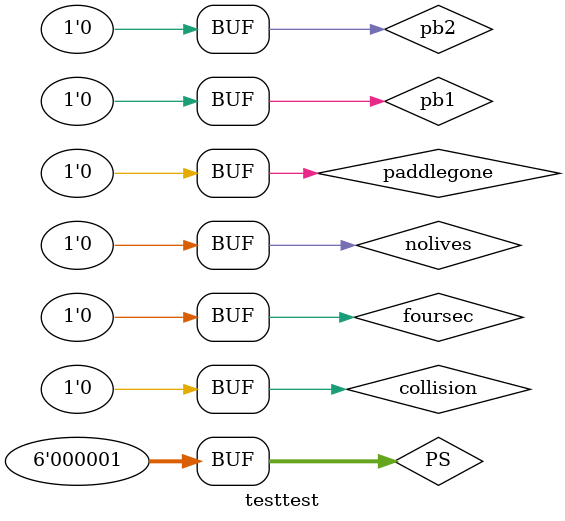
<source format=v>
`timescale 1ns / 1ps


module testtest;

	// Inputs
	reg pb1;
	reg pb2;
	reg foursec;
	reg nolives;
	reg collision;
	reg paddlegone;
	reg [5:0] PS;

	// Outputs
	wire [5:0] NS;
	wire movecarpet;
	wire moveball;
	wire movepaddle;
	wire resettimer;
	wire loadrandom;
	wire decrementlives;
	wire loadlives;
	wire paddlehide;

	// Instantiate the Unit Under Test (UUT)
	FSMveri uut (
		.pb1(pb1), 
		.pb2(pb2), 
		.foursec(foursec), 
		.nolives(nolives), 
		.collision(collision), 
		.paddlegone(paddlegone), 
		.PS(PS), 
		.NS(NS), 
		.movecarpet(movecarpet), 
		.moveball(moveball), 
		.movepaddle(movepaddle), 
		.resettimer(resettimer), 
		.loadrandom(loadrandom), 
		.decrementlives(decrementlives), 
		.loadlives(loadlives), 
		.paddlehide(paddlehide)
	);

	initial begin
		// Initialize Inputs
		pb1 = 0;
		pb2 = 0;
		foursec = 0;
		nolives = 0;
		collision = 0;
		paddlegone = 0;
		PS = 0;

		// Wait 100 ns for global reset to finish
		#100;
        
		// Add stimulus here
	#100;
	PS[0] = 1;
	#100;
	

	
	end
	

      
endmodule


</source>
